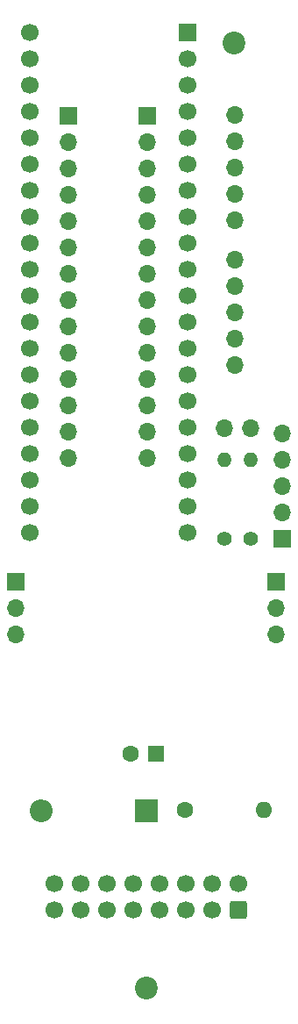
<source format=gbr>
%TF.GenerationSoftware,KiCad,Pcbnew,8.0.5*%
%TF.CreationDate,2024-12-21T15:11:58+00:00*%
%TF.ProjectId,EuroRackDaisy,4575726f-5261-4636-9b44-616973792e6b,rev?*%
%TF.SameCoordinates,Original*%
%TF.FileFunction,Soldermask,Top*%
%TF.FilePolarity,Negative*%
%FSLAX46Y46*%
G04 Gerber Fmt 4.6, Leading zero omitted, Abs format (unit mm)*
G04 Created by KiCad (PCBNEW 8.0.5) date 2024-12-21 15:11:58*
%MOMM*%
%LPD*%
G01*
G04 APERTURE LIST*
G04 Aperture macros list*
%AMRoundRect*
0 Rectangle with rounded corners*
0 $1 Rounding radius*
0 $2 $3 $4 $5 $6 $7 $8 $9 X,Y pos of 4 corners*
0 Add a 4 corners polygon primitive as box body*
4,1,4,$2,$3,$4,$5,$6,$7,$8,$9,$2,$3,0*
0 Add four circle primitives for the rounded corners*
1,1,$1+$1,$2,$3*
1,1,$1+$1,$4,$5*
1,1,$1+$1,$6,$7*
1,1,$1+$1,$8,$9*
0 Add four rect primitives between the rounded corners*
20,1,$1+$1,$2,$3,$4,$5,0*
20,1,$1+$1,$4,$5,$6,$7,0*
20,1,$1+$1,$6,$7,$8,$9,0*
20,1,$1+$1,$8,$9,$2,$3,0*%
G04 Aperture macros list end*
%ADD10R,1.700000X1.700000*%
%ADD11O,1.700000X1.700000*%
%ADD12C,1.700000*%
%ADD13C,1.400000*%
%ADD14O,1.400000X1.400000*%
%ADD15C,2.200000*%
%ADD16R,2.200000X2.200000*%
%ADD17O,2.200000X2.200000*%
%ADD18C,1.600000*%
%ADD19O,1.600000X1.600000*%
%ADD20RoundRect,0.250000X0.600000X-0.600000X0.600000X0.600000X-0.600000X0.600000X-0.600000X-0.600000X0*%
%ADD21R,1.600000X1.600000*%
G04 APERTURE END LIST*
D10*
%TO.C,J9*%
X43180000Y-100833000D03*
D11*
X43180000Y-98293000D03*
X43180000Y-95753000D03*
X43180000Y-93213000D03*
X43180000Y-90673000D03*
%TD*%
%TO.C,J1*%
X40100000Y-90170000D03*
X37560000Y-90170000D03*
%TD*%
D10*
%TO.C,J8*%
X42570000Y-105000000D03*
D11*
X42570000Y-107540000D03*
X42570000Y-110080000D03*
%TD*%
%TO.C,J7*%
X38600000Y-73914000D03*
X38600000Y-76454000D03*
X38600000Y-78994000D03*
X38600000Y-81534000D03*
X38600000Y-84074000D03*
%TD*%
%TO.C,J4*%
X38600000Y-59944000D03*
X38600000Y-62484000D03*
X38600000Y-65024000D03*
X38600000Y-67564000D03*
X38600000Y-70104000D03*
%TD*%
D10*
%TO.C,A1*%
X34000000Y-52000000D03*
D12*
X34000000Y-54540000D03*
X34000000Y-57080000D03*
X34000000Y-59620000D03*
X34000000Y-62160000D03*
X34000000Y-64700000D03*
X34000000Y-67240000D03*
X34000000Y-69780000D03*
X34000000Y-72320000D03*
X34000000Y-74860000D03*
X34000000Y-77400000D03*
X34000000Y-79940000D03*
X34000000Y-82480000D03*
X34000000Y-85020000D03*
X34000000Y-87560000D03*
X34000000Y-90100000D03*
X34000000Y-92640000D03*
X34000000Y-95180000D03*
X34000000Y-97720000D03*
X34000000Y-100260000D03*
X18760000Y-100260000D03*
X18760000Y-97720000D03*
X18760000Y-95180000D03*
X18760000Y-92640000D03*
X18760000Y-90100000D03*
X18760000Y-87560000D03*
X18760000Y-85020000D03*
X18760000Y-82480000D03*
X18760000Y-79940000D03*
X18760000Y-77400000D03*
X18760000Y-74860000D03*
X18760000Y-72320000D03*
X18760000Y-69780000D03*
X18760000Y-67240000D03*
X18760000Y-64700000D03*
X18760000Y-62160000D03*
X18760000Y-59620000D03*
X18760000Y-57080000D03*
X18760000Y-54540000D03*
X18760000Y-52000000D03*
%TD*%
D13*
%TO.C,R3*%
X37592000Y-100838000D03*
D14*
X37592000Y-93218000D03*
%TD*%
D10*
%TO.C,J3*%
X22510000Y-60000000D03*
D11*
X22510000Y-62540000D03*
X22510000Y-65080000D03*
X22510000Y-67620000D03*
X22510000Y-70160000D03*
X22510000Y-72700000D03*
X22510000Y-75240000D03*
X22510000Y-77780000D03*
X22510000Y-80320000D03*
X22510000Y-82860000D03*
X22510000Y-85400000D03*
X22510000Y-87940000D03*
X22510000Y-90480000D03*
X22510000Y-93020000D03*
%TD*%
D15*
%TO.C,MK3*%
X38500000Y-53000000D03*
%TD*%
D13*
%TO.C,R2*%
X40132000Y-100838000D03*
D14*
X40132000Y-93218000D03*
%TD*%
D10*
%TO.C,J2*%
X30130000Y-60000000D03*
D11*
X30130000Y-62540000D03*
X30130000Y-65080000D03*
X30130000Y-67620000D03*
X30130000Y-70160000D03*
X30130000Y-72700000D03*
X30130000Y-75240000D03*
X30130000Y-77780000D03*
X30130000Y-80320000D03*
X30130000Y-82860000D03*
X30130000Y-85400000D03*
X30130000Y-87940000D03*
X30130000Y-90480000D03*
X30130000Y-93020000D03*
%TD*%
D15*
%TO.C,MK5*%
X30000000Y-144200000D03*
%TD*%
D16*
%TO.C,D1*%
X30010000Y-127040000D03*
D17*
X19850000Y-127040000D03*
%TD*%
D18*
%TO.C,R1*%
X33740000Y-127000000D03*
D19*
X41360000Y-127000000D03*
%TD*%
D10*
%TO.C,J6*%
X17430000Y-105000000D03*
D11*
X17430000Y-107540000D03*
X17430000Y-110080000D03*
%TD*%
D20*
%TO.C,J5*%
X38890000Y-136640000D03*
D12*
X38890000Y-134100000D03*
X36350000Y-136640000D03*
X36350000Y-134100000D03*
X33810000Y-136640000D03*
X33810000Y-134100000D03*
X31270000Y-136640000D03*
X31270000Y-134100000D03*
X28730000Y-136640000D03*
X28730000Y-134100000D03*
X26190000Y-136640000D03*
X26190000Y-134100000D03*
X23650000Y-136640000D03*
X23650000Y-134100000D03*
X21110000Y-136640000D03*
X21110000Y-134100000D03*
%TD*%
D21*
%TO.C,C1*%
X30970000Y-121560000D03*
D18*
X28470000Y-121560000D03*
%TD*%
M02*

</source>
